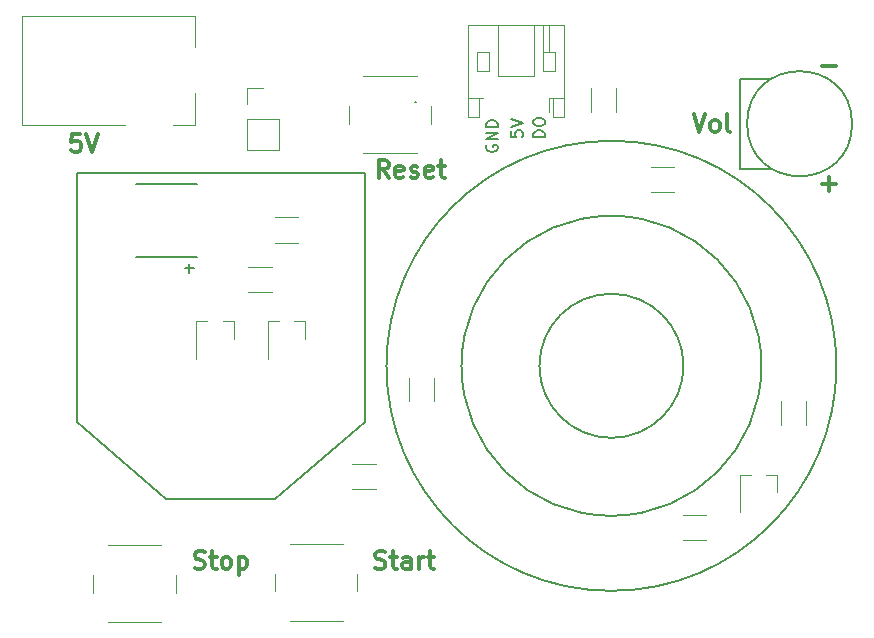
<source format=gbr>
G04 #@! TF.GenerationSoftware,KiCad,Pcbnew,5.0.1*
G04 #@! TF.CreationDate,2019-02-15T13:26:15-06:00*
G04 #@! TF.ProjectId,tomato_timer,746F6D61746F5F74696D65722E6B6963,rev?*
G04 #@! TF.SameCoordinates,Original*
G04 #@! TF.FileFunction,Legend,Top*
G04 #@! TF.FilePolarity,Positive*
%FSLAX46Y46*%
G04 Gerber Fmt 4.6, Leading zero omitted, Abs format (unit mm)*
G04 Created by KiCad (PCBNEW 5.0.1) date Fri 15 Feb 2019 01:26:15 PM CST*
%MOMM*%
%LPD*%
G01*
G04 APERTURE LIST*
%ADD10C,0.300000*%
%ADD11C,0.200000*%
%ADD12C,0.120000*%
%ADD13C,0.150000*%
G04 APERTURE END LIST*
D10*
X150044285Y-71378571D02*
X149330000Y-71378571D01*
X149258571Y-72092857D01*
X149330000Y-72021428D01*
X149472857Y-71950000D01*
X149830000Y-71950000D01*
X149972857Y-72021428D01*
X150044285Y-72092857D01*
X150115714Y-72235714D01*
X150115714Y-72592857D01*
X150044285Y-72735714D01*
X149972857Y-72807142D01*
X149830000Y-72878571D01*
X149472857Y-72878571D01*
X149330000Y-72807142D01*
X149258571Y-72735714D01*
X150544285Y-71378571D02*
X151044285Y-72878571D01*
X151544285Y-71378571D01*
D11*
X189382380Y-71639523D02*
X188382380Y-71639523D01*
X188382380Y-71401428D01*
X188430000Y-71258571D01*
X188525238Y-71163333D01*
X188620476Y-71115714D01*
X188810952Y-71068095D01*
X188953809Y-71068095D01*
X189144285Y-71115714D01*
X189239523Y-71163333D01*
X189334761Y-71258571D01*
X189382380Y-71401428D01*
X189382380Y-71639523D01*
X188382380Y-70449047D02*
X188382380Y-70258571D01*
X188430000Y-70163333D01*
X188525238Y-70068095D01*
X188715714Y-70020476D01*
X189049047Y-70020476D01*
X189239523Y-70068095D01*
X189334761Y-70163333D01*
X189382380Y-70258571D01*
X189382380Y-70449047D01*
X189334761Y-70544285D01*
X189239523Y-70639523D01*
X189049047Y-70687142D01*
X188715714Y-70687142D01*
X188525238Y-70639523D01*
X188430000Y-70544285D01*
X188382380Y-70449047D01*
D10*
X212858571Y-65607142D02*
X214001428Y-65607142D01*
X212858571Y-75607142D02*
X214001428Y-75607142D01*
X213430000Y-76178571D02*
X213430000Y-75035714D01*
X201949285Y-69678571D02*
X202449285Y-71178571D01*
X202949285Y-69678571D01*
X203663571Y-71178571D02*
X203520714Y-71107142D01*
X203449285Y-71035714D01*
X203377857Y-70892857D01*
X203377857Y-70464285D01*
X203449285Y-70321428D01*
X203520714Y-70250000D01*
X203663571Y-70178571D01*
X203877857Y-70178571D01*
X204020714Y-70250000D01*
X204092142Y-70321428D01*
X204163571Y-70464285D01*
X204163571Y-70892857D01*
X204092142Y-71035714D01*
X204020714Y-71107142D01*
X203877857Y-71178571D01*
X203663571Y-71178571D01*
X205020714Y-71178571D02*
X204877857Y-71107142D01*
X204806428Y-70964285D01*
X204806428Y-69678571D01*
D11*
X184430000Y-72315714D02*
X184382380Y-72410952D01*
X184382380Y-72553809D01*
X184430000Y-72696666D01*
X184525238Y-72791904D01*
X184620476Y-72839523D01*
X184810952Y-72887142D01*
X184953809Y-72887142D01*
X185144285Y-72839523D01*
X185239523Y-72791904D01*
X185334761Y-72696666D01*
X185382380Y-72553809D01*
X185382380Y-72458571D01*
X185334761Y-72315714D01*
X185287142Y-72268095D01*
X184953809Y-72268095D01*
X184953809Y-72458571D01*
X185382380Y-71839523D02*
X184382380Y-71839523D01*
X185382380Y-71268095D01*
X184382380Y-71268095D01*
X185382380Y-70791904D02*
X184382380Y-70791904D01*
X184382380Y-70553809D01*
X184430000Y-70410952D01*
X184525238Y-70315714D01*
X184620476Y-70268095D01*
X184810952Y-70220476D01*
X184953809Y-70220476D01*
X185144285Y-70268095D01*
X185239523Y-70315714D01*
X185334761Y-70410952D01*
X185382380Y-70553809D01*
X185382380Y-70791904D01*
X186482380Y-71125238D02*
X186482380Y-71601428D01*
X186958571Y-71649047D01*
X186910952Y-71601428D01*
X186863333Y-71506190D01*
X186863333Y-71268095D01*
X186910952Y-71172857D01*
X186958571Y-71125238D01*
X187053809Y-71077619D01*
X187291904Y-71077619D01*
X187387142Y-71125238D01*
X187434761Y-71172857D01*
X187482380Y-71268095D01*
X187482380Y-71506190D01*
X187434761Y-71601428D01*
X187387142Y-71649047D01*
X186482380Y-70791904D02*
X187482380Y-70458571D01*
X186482380Y-70125238D01*
D10*
X176142857Y-75078571D02*
X175642857Y-74364285D01*
X175285714Y-75078571D02*
X175285714Y-73578571D01*
X175857142Y-73578571D01*
X176000000Y-73650000D01*
X176071428Y-73721428D01*
X176142857Y-73864285D01*
X176142857Y-74078571D01*
X176071428Y-74221428D01*
X176000000Y-74292857D01*
X175857142Y-74364285D01*
X175285714Y-74364285D01*
X177357142Y-75007142D02*
X177214285Y-75078571D01*
X176928571Y-75078571D01*
X176785714Y-75007142D01*
X176714285Y-74864285D01*
X176714285Y-74292857D01*
X176785714Y-74150000D01*
X176928571Y-74078571D01*
X177214285Y-74078571D01*
X177357142Y-74150000D01*
X177428571Y-74292857D01*
X177428571Y-74435714D01*
X176714285Y-74578571D01*
X178000000Y-75007142D02*
X178142857Y-75078571D01*
X178428571Y-75078571D01*
X178571428Y-75007142D01*
X178642857Y-74864285D01*
X178642857Y-74792857D01*
X178571428Y-74650000D01*
X178428571Y-74578571D01*
X178214285Y-74578571D01*
X178071428Y-74507142D01*
X178000000Y-74364285D01*
X178000000Y-74292857D01*
X178071428Y-74150000D01*
X178214285Y-74078571D01*
X178428571Y-74078571D01*
X178571428Y-74150000D01*
X179857142Y-75007142D02*
X179714285Y-75078571D01*
X179428571Y-75078571D01*
X179285714Y-75007142D01*
X179214285Y-74864285D01*
X179214285Y-74292857D01*
X179285714Y-74150000D01*
X179428571Y-74078571D01*
X179714285Y-74078571D01*
X179857142Y-74150000D01*
X179928571Y-74292857D01*
X179928571Y-74435714D01*
X179214285Y-74578571D01*
X180357142Y-74078571D02*
X180928571Y-74078571D01*
X180571428Y-73578571D02*
X180571428Y-74864285D01*
X180642857Y-75007142D01*
X180785714Y-75078571D01*
X180928571Y-75078571D01*
X175001428Y-108107142D02*
X175215714Y-108178571D01*
X175572857Y-108178571D01*
X175715714Y-108107142D01*
X175787142Y-108035714D01*
X175858571Y-107892857D01*
X175858571Y-107750000D01*
X175787142Y-107607142D01*
X175715714Y-107535714D01*
X175572857Y-107464285D01*
X175287142Y-107392857D01*
X175144285Y-107321428D01*
X175072857Y-107250000D01*
X175001428Y-107107142D01*
X175001428Y-106964285D01*
X175072857Y-106821428D01*
X175144285Y-106750000D01*
X175287142Y-106678571D01*
X175644285Y-106678571D01*
X175858571Y-106750000D01*
X176287142Y-107178571D02*
X176858571Y-107178571D01*
X176501428Y-106678571D02*
X176501428Y-107964285D01*
X176572857Y-108107142D01*
X176715714Y-108178571D01*
X176858571Y-108178571D01*
X178001428Y-108178571D02*
X178001428Y-107392857D01*
X177930000Y-107250000D01*
X177787142Y-107178571D01*
X177501428Y-107178571D01*
X177358571Y-107250000D01*
X178001428Y-108107142D02*
X177858571Y-108178571D01*
X177501428Y-108178571D01*
X177358571Y-108107142D01*
X177287142Y-107964285D01*
X177287142Y-107821428D01*
X177358571Y-107678571D01*
X177501428Y-107607142D01*
X177858571Y-107607142D01*
X178001428Y-107535714D01*
X178715714Y-108178571D02*
X178715714Y-107178571D01*
X178715714Y-107464285D02*
X178787142Y-107321428D01*
X178858571Y-107250000D01*
X179001428Y-107178571D01*
X179144285Y-107178571D01*
X179430000Y-107178571D02*
X180001428Y-107178571D01*
X179644285Y-106678571D02*
X179644285Y-107964285D01*
X179715714Y-108107142D01*
X179858571Y-108178571D01*
X180001428Y-108178571D01*
X159715714Y-108107142D02*
X159930000Y-108178571D01*
X160287142Y-108178571D01*
X160430000Y-108107142D01*
X160501428Y-108035714D01*
X160572857Y-107892857D01*
X160572857Y-107750000D01*
X160501428Y-107607142D01*
X160430000Y-107535714D01*
X160287142Y-107464285D01*
X160001428Y-107392857D01*
X159858571Y-107321428D01*
X159787142Y-107250000D01*
X159715714Y-107107142D01*
X159715714Y-106964285D01*
X159787142Y-106821428D01*
X159858571Y-106750000D01*
X160001428Y-106678571D01*
X160358571Y-106678571D01*
X160572857Y-106750000D01*
X161001428Y-107178571D02*
X161572857Y-107178571D01*
X161215714Y-106678571D02*
X161215714Y-107964285D01*
X161287142Y-108107142D01*
X161430000Y-108178571D01*
X161572857Y-108178571D01*
X162287142Y-108178571D02*
X162144285Y-108107142D01*
X162072857Y-108035714D01*
X162001428Y-107892857D01*
X162001428Y-107464285D01*
X162072857Y-107321428D01*
X162144285Y-107250000D01*
X162287142Y-107178571D01*
X162501428Y-107178571D01*
X162644285Y-107250000D01*
X162715714Y-107321428D01*
X162787142Y-107464285D01*
X162787142Y-107892857D01*
X162715714Y-108035714D01*
X162644285Y-108107142D01*
X162501428Y-108178571D01*
X162287142Y-108178571D01*
X163430000Y-107178571D02*
X163430000Y-108678571D01*
X163430000Y-107250000D02*
X163572857Y-107178571D01*
X163858571Y-107178571D01*
X164001428Y-107250000D01*
X164072857Y-107321428D01*
X164144285Y-107464285D01*
X164144285Y-107892857D01*
X164072857Y-108035714D01*
X164001428Y-108107142D01*
X163858571Y-108178571D01*
X163572857Y-108178571D01*
X163430000Y-108107142D01*
D12*
G04 #@! TO.C,R7*
X200330000Y-76295000D02*
X198330000Y-76295000D01*
X198330000Y-74155000D02*
X200330000Y-74155000D01*
G04 #@! TO.C,R4*
X175030019Y-101442801D02*
X173030019Y-101442801D01*
X173030019Y-99302801D02*
X175030019Y-99302801D01*
D13*
G04 #@! TO.C,C2*
X157330019Y-81772801D02*
X154730019Y-81772801D01*
X157330019Y-81772801D02*
X159930019Y-81772801D01*
X157330019Y-75572801D02*
X154730019Y-75572801D01*
X157330019Y-75572801D02*
X159930019Y-75572801D01*
D12*
G04 #@! TO.C,SW2*
X178500000Y-66500000D02*
X174000000Y-66500000D01*
X179750000Y-70500000D02*
X179750000Y-69000000D01*
X174000000Y-73000000D02*
X178500000Y-73000000D01*
X172750000Y-69000000D02*
X172750000Y-70500000D01*
G04 #@! TO.C,R10*
X209360000Y-96000000D02*
X209360000Y-94000000D01*
X211500000Y-94000000D02*
X211500000Y-96000000D01*
G04 #@! TO.C,SW3*
X172246000Y-106100000D02*
X167746000Y-106100000D01*
X173496000Y-110100000D02*
X173496000Y-108600000D01*
X167746000Y-112600000D02*
X172246000Y-112600000D01*
X166496000Y-108600000D02*
X166496000Y-110100000D01*
G04 #@! TO.C,SW4*
X156896000Y-106200000D02*
X152396000Y-106200000D01*
X158146000Y-110200000D02*
X158146000Y-108700000D01*
X152396000Y-112700000D02*
X156896000Y-112700000D01*
X151146000Y-108700000D02*
X151146000Y-110200000D01*
D13*
G04 #@! TO.C,LS1*
X201100820Y-91000000D02*
G75*
G03X201100820Y-91000000I-6100820J0D01*
G01*
G04 #@! TO.C,U1*
X157310000Y-102310000D02*
X166510000Y-102310000D01*
X174100000Y-95780000D02*
X174100000Y-74700000D01*
X166510000Y-102310000D02*
X174100000Y-95780000D01*
X149720000Y-95780000D02*
X157310000Y-102310000D01*
X174100000Y-74700000D02*
X149720000Y-74700000D01*
X149720000Y-74700000D02*
X149720000Y-95780000D01*
X178450000Y-68640000D02*
X178390000Y-68640000D01*
D12*
G04 #@! TO.C,J1*
X159753000Y-61400000D02*
X159753000Y-64000000D01*
X145053000Y-61400000D02*
X159753000Y-61400000D01*
X159753000Y-70600000D02*
X157853000Y-70600000D01*
X159753000Y-67900000D02*
X159753000Y-70600000D01*
X145053000Y-70600000D02*
X145053000Y-61400000D01*
X153853000Y-70600000D02*
X145053000Y-70600000D01*
G04 #@! TO.C,JP2*
X164170000Y-72704000D02*
X166830000Y-72704000D01*
X164170000Y-70104000D02*
X164170000Y-72704000D01*
X166830000Y-70104000D02*
X166830000Y-72704000D01*
X164170000Y-70104000D02*
X166830000Y-70104000D01*
X164170000Y-68834000D02*
X164170000Y-67504000D01*
X164170000Y-67504000D02*
X165500000Y-67504000D01*
D13*
G04 #@! TO.C,D2*
X207700000Y-91000000D02*
G75*
G03X207700000Y-91000000I-12700000J0D01*
G01*
X214050000Y-91000000D02*
G75*
G03X214050000Y-91000000I-19050000J0D01*
G01*
G04 #@! TO.C,RV1*
X215375000Y-70500000D02*
G75*
G03X215375000Y-70500000I-4445000J0D01*
G01*
X205850000Y-66690000D02*
X205850000Y-74310000D01*
X205850000Y-66690000D02*
X208390000Y-66690000D01*
X205850000Y-74310000D02*
X208390000Y-74310000D01*
D12*
G04 #@! TO.C,R1*
X168500000Y-80570000D02*
X166500000Y-80570000D01*
X166500000Y-78430000D02*
X168500000Y-78430000D01*
G04 #@! TO.C,R2*
X180000000Y-92000000D02*
X180000000Y-94000000D01*
X177860000Y-94000000D02*
X177860000Y-92000000D01*
G04 #@! TO.C,R3*
X166230019Y-84742801D02*
X164230019Y-84742801D01*
X164230019Y-82602801D02*
X166230019Y-82602801D01*
G04 #@! TO.C,R8*
X195390000Y-67500000D02*
X195390000Y-69500000D01*
X193250000Y-69500000D02*
X193250000Y-67500000D01*
G04 #@! TO.C,Q1*
X169080000Y-87240000D02*
X169080000Y-88700000D01*
X165920000Y-87240000D02*
X165920000Y-90400000D01*
X165920000Y-87240000D02*
X166850000Y-87240000D01*
X169080000Y-87240000D02*
X168150000Y-87240000D01*
G04 #@! TO.C,Q2*
X163010000Y-87240000D02*
X162080000Y-87240000D01*
X159850000Y-87240000D02*
X160780000Y-87240000D01*
X159850000Y-87240000D02*
X159850000Y-90400000D01*
X163010000Y-87240000D02*
X163010000Y-88700000D01*
G04 #@! TO.C,Q3*
X209010000Y-100240000D02*
X209010000Y-101700000D01*
X205850000Y-100240000D02*
X205850000Y-103400000D01*
X205850000Y-100240000D02*
X206780000Y-100240000D01*
X209010000Y-100240000D02*
X208080000Y-100240000D01*
G04 #@! TO.C,R9*
X203030019Y-105742801D02*
X201030019Y-105742801D01*
X201030019Y-103602801D02*
X203030019Y-103602801D01*
G04 #@! TO.C,D1*
X189730000Y-68350000D02*
X189730000Y-69550000D01*
X189730000Y-64400000D02*
X189730000Y-62150000D01*
X189230000Y-64400000D02*
X189230000Y-62150000D01*
X184630000Y-66000000D02*
X183630000Y-66000000D01*
X184630000Y-64400000D02*
X184630000Y-66000000D01*
X183630000Y-64400000D02*
X184630000Y-64400000D01*
X183630000Y-66000000D02*
X183630000Y-64400000D01*
X189230000Y-66000000D02*
X190230000Y-66000000D01*
X189230000Y-64400000D02*
X189230000Y-66000000D01*
X190230000Y-64400000D02*
X189230000Y-64400000D01*
X190230000Y-66000000D02*
X190230000Y-64400000D01*
X182880000Y-68350000D02*
X183780000Y-68350000D01*
X190980000Y-68350000D02*
X190080000Y-68350000D01*
X183780000Y-68350000D02*
X184130000Y-68350000D01*
X183780000Y-69950000D02*
X183780000Y-68350000D01*
X182880000Y-69950000D02*
X183780000Y-69950000D01*
X182880000Y-62150000D02*
X182880000Y-69950000D01*
X190980000Y-62150000D02*
X182880000Y-62150000D01*
X190980000Y-69950000D02*
X190980000Y-62150000D01*
X190080000Y-69950000D02*
X190980000Y-69950000D01*
X190080000Y-68350000D02*
X190080000Y-69950000D01*
X189730000Y-68350000D02*
X190080000Y-68350000D01*
X185430000Y-66500000D02*
X185430000Y-62150000D01*
X188430000Y-66500000D02*
X185430000Y-66500000D01*
X188430000Y-62150000D02*
X188430000Y-66500000D01*
G04 #@! TO.C,C2*
D13*
X158879066Y-82744229D02*
X159640971Y-82744229D01*
X159260019Y-83125181D02*
X159260019Y-82363277D01*
G04 #@! TD*
M02*

</source>
